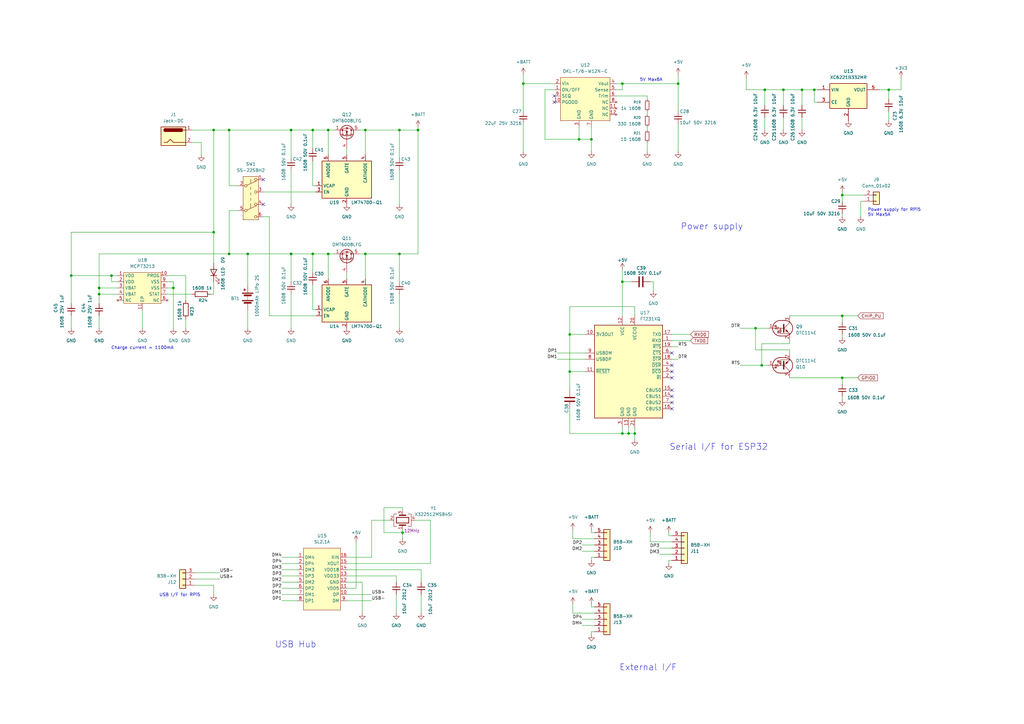
<source format=kicad_sch>
(kicad_sch (version 20250114) (generator "eeschema") (generator_version "9.0")
  (paper "A3")
  (lib_symbols
    (symbol "Arduino_Motor_Driver:SL2.1A"
      (property "Reference" "U" (at 0 -3.81 0))
      (symbol "SL2.1A_1_1"
        (pin input line (at -10.16 8.89 0) (length 2.54) (name "DM4") (number "1"))
        (pin input line (at -10.16 6.35 0) (length 2.54) (name "DP4") (number "2"))
        (pin input line (at -10.16 3.81 0) (length 2.54) (name "DM3") (number "3"))
        (pin input line (at -10.16 1.27 0) (length 2.54) (name "DP3") (number "4"))
        (pin input line (at -10.16 -1.27 0) (length 2.54) (name "DM2") (number "5"))
        (pin input line (at -10.16 -3.81 0) (length 2.54) (name "DP2") (number "6"))
        (pin input line (at -10.16 -6.35 0) (length 2.54) (name "DM1") (number "7"))
        (pin input line (at -10.16 -8.89 0) (length 2.54) (name "DP1") (number "8"))
        (pin input line (at 10.16 8.89 180) (length 2.54) (name "XIN") (number "16"))
        (pin input line (at 10.16 6.35 180) (length 2.54) (name "XOUT") (number "15"))
        (pin input line (at 10.16 3.81 180) (length 2.54) (name "VDD18") (number "14"))
        (pin input line (at 10.16 1.27 180) (length 2.54) (name "VDD33") (number "13"))
        (pin input line (at 10.16 -1.27 180) (length 2.54) (name "GND") (number "12"))
        (pin input line (at 10.16 -3.81 180) (length 2.54) (name "VDD5") (number "11"))
        (pin input line (at 10.16 -6.35 180) (length 2.54) (name "DP") (number "10"))
        (pin input line (at 10.16 -8.89 180) (length 2.54) (name "DM") (number "9"))
      )
    )
    (symbol "Connector:Jack-DC" (pin_names (offset 1.016))
      (property "Reference" "J" (at 0 5.334 0))
      (property "Value" "Jack-DC" (at 0 -5.08 0))
      (symbol "Jack-DC_1_1"
        (pin passive line (at 7.62 2.54 180) (length 2.54) (name "~") (number "1"))
        (pin passive line (at 7.62 -2.54 180) (length 2.54) (name "~") (number "2"))
      )
    )
    (symbol "Connector_Generic:Conn_01x02" (pin_names (offset 1.016) (hide yes))
      (property "Reference" "J" (at 0 2.54 0))
      (property "Value" "Conn_01x02" (at 0 -5.08 0))
      (symbol "Conn_01x02_1_1"
        (pin passive line (at -5.08 0 0) (length 3.81) (name "Pin_1") (number "1"))
        (pin passive line (at -5.08 -2.54 0) (length 3.81) (name "Pin_2") (number "2"))
      )
    )
    (symbol "Connector_Generic:Conn_01x03" (pin_names (offset 1.016) (hide yes))
      (property "Reference" "J" (at 0 5.08 0))
      (property "Value" "Conn_01x03" (at 0 -5.08 0))
      (symbol "Conn_01x03_1_1"
        (pin passive line (at -5.08 2.54 0) (length 3.81) (name "Pin_1") (number "1"))
        (pin passive line (at -5.08 0 0) (length 3.81) (name "Pin_2") (number "2"))
        (pin passive line (at -5.08 -2.54 0) (length 3.81) (name "Pin_3") (number "3"))
      )
    )
    (symbol "Connector_Generic:Conn_01x05" (pin_names (offset 1.016) (hide yes))
      (property "Reference" "J" (at 0 7.62 0))
      (property "Value" "Conn_01x05" (at 0 -7.62 0))
      (symbol "Conn_01x05_1_1"
        (pin passive line (at -5.08 5.08 0) (length 3.81) (name "Pin_1") (number "1"))
        (pin passive line (at -5.08 2.54 0) (length 3.81) (name "Pin_2") (number "2"))
        (pin passive line (at -5.08 0 0) (length 3.81) (name "Pin_3") (number "3"))
        (pin passive line (at -5.08 -2.54 0) (length 3.81) (name "Pin_4") (number "4"))
        (pin passive line (at -5.08 -5.08 0) (length 3.81) (name "Pin_5") (number "5"))
      )
    )
    (symbol "Device:Battery" (pin_numbers (hide yes)) (pin_names (offset 0) (hide yes))
      (property "Reference" "BT" (at 2.54 2.54 0))
      (property "Value" "Battery" (at 2.54 0 0))
      (symbol "Battery_1_1"
        (pin passive line (at 0 5.08 270) (length 2.54) (name "+") (number "1"))
        (pin passive line (at 0 -5.08 90) (length 2.54) (name "-") (number "2"))
      )
    )
    (symbol "Device:C" (pin_numbers (hide yes)) (pin_names (offset 0.254))
      (property "Reference" "C" (at 0.635 2.54 0))
      (property "Value" "C" (at 0.635 -2.54 0))
      (symbol "C_1_1"
        (pin passive line (at 0 3.81 270) (length 2.794) (name "~") (number "1"))
        (pin passive line (at 0 -3.81 90) (length 2.794) (name "~") (number "2"))
      )
    )
    (symbol "Device:C_Small" (pin_numbers (hide yes)) (pin_names (offset 0.254) (hide yes))
      (property "Reference" "C" (at 0.254 1.778 0))
      (property "Value" "C_Small" (at 0.254 -2.032 0))
      (symbol "C_Small_1_1"
        (pin passive line (at 0 2.54 270) (length 2.032) (name "~") (number "1"))
        (pin passive line (at 0 -2.54 90) (length 2.032) (name "~") (number "2"))
      )
    )
    (symbol "Device:Crystal_GND24" (pin_names (offset 1.016) (hide yes))
      (property "Reference" "Y" (at 3.175 5.08 0))
      (property "Value" "Crystal_GND24" (at 3.175 3.175 0))
      (symbol "Crystal_GND24_1_1"
        (pin passive line (at -3.81 0 0) (length 1.27) (name "1") (number "1"))
        (pin passive line (at 0 5.08 270) (length 1.27) (name "2") (number "2"))
        (pin passive line (at 0 -5.08 90) (length 1.27) (name "4") (number "4"))
        (pin passive line (at 3.81 0 180) (length 1.27) (name "3") (number "3"))
      )
    )
    (symbol "Device:LED" (pin_numbers (hide yes)) (pin_names (offset 1.016) (hide yes))
      (property "Reference" "D" (at 0 2.54 0))
      (property "Value" "LED" (at 0 -2.54 0))
      (symbol "LED_1_1"
        (pin passive line (at -3.81 0 0) (length 2.54) (name "K") (number "1"))
        (pin passive line (at 3.81 0 180) (length 2.54) (name "A") (number "2"))
      )
    )
    (symbol "Device:R" (pin_numbers (hide yes)) (pin_names (offset 0))
      (property "Reference" "R" (at 2.032 0 90))
      (property "Value" "R" (at 0 0 90))
      (symbol "R_1_1"
        (pin passive line (at 0 3.81 270) (length 1.27) (name "~") (number "1"))
        (pin passive line (at 0 -3.81 90) (length 1.27) (name "~") (number "2"))
      )
    )
    (symbol "Device:R_Small" (pin_numbers (hide yes)) (pin_names (offset 0.254) (hide yes))
      (property "Reference" "R" (at 0 0 90))
      (property "Value" "R_Small" (at 1.778 0 90))
      (symbol "R_Small_1_1"
        (pin passive line (at 0 2.54 270) (length 0.762) (name "~") (number "1"))
        (pin passive line (at 0 -2.54 90) (length 0.762) (name "~") (number "2"))
      )
    )
    (symbol "Interface_USB:FT231XQ"
      (property "Reference" "U" (at -13.97 20.32 0))
      (property "Value" "FT231XQ" (at 6.35 20.32 0))
      (symbol "FT231XQ_1_1"
        (pin power_out line (at -17.78 15.24 0) (length 3.81) (name "3V3OUT") (number "10"))
        (pin bidirectional line (at -17.78 7.62 0) (length 3.81) (name "USBDM") (number "9"))
        (pin bidirectional line (at -17.78 5.08 0) (length 3.81) (name "USBDP") (number "8"))
        (pin input line (at -17.78 0 0) (length 3.81) (name "~{RESET}") (number "11"))
        (pin power_in line (at -2.54 22.86 270) (length 3.81) (name "VCC") (number "12"))
        (pin power_in line (at -2.54 -22.86 90) (length 3.81) (name "GND") (number "3"))
        (pin power_in line (at 0 -22.86 90) (length 3.81) (name "GND") (number "13"))
        (pin power_in line (at 2.54 22.86 270) (length 3.81) (name "VCCIO") (number "20"))
        (pin power_in line (at 2.54 -22.86 90) (length 3.81) (name "GND") (number "21"))
        (pin output line (at 17.78 15.24 180) (length 3.81) (name "TXD") (number "17"))
        (pin input line (at 17.78 12.7 180) (length 3.81) (name "RXD") (number "1"))
        (pin output line (at 17.78 10.16 180) (length 3.81) (name "~{RTS}") (number "19"))
        (pin input line (at 17.78 7.62 180) (length 3.81) (name "~{CTS}") (number "6"))
        (pin output line (at 17.78 5.08 180) (length 3.81) (name "~{DTR}") (number "18"))
        (pin input line (at 17.78 2.54 180) (length 3.81) (name "~{DSR}") (number "4"))
        (pin input line (at 17.78 0 180) (length 3.81) (name "~{DCD}") (number "5"))
        (pin input line (at 17.78 -2.54 180) (length 3.81) (name "~{RI}") (number "2"))
        (pin bidirectional line (at 17.78 -7.62 180) (length 3.81) (name "CBUS0") (number "15"))
        (pin bidirectional line (at 17.78 -10.16 180) (length 3.81) (name "CBUS1") (number "14"))
        (pin bidirectional line (at 17.78 -12.7 180) (length 3.81) (name "CBUS2") (number "7"))
        (pin bidirectional line (at 17.78 -15.24 180) (length 3.81) (name "CBUS3") (number "16"))
      )
    )
    (symbol "Power_Management:LM74700"
      (property "Reference" "U" (at -9.525 -8.89 0))
      (property "Value" "LM74700" (at 7.62 -8.89 0))
      (symbol "LM74700_1_1"
        (pin passive line (at -12.7 -2.54 0) (length 2.54) (name "VCAP") (number "1"))
        (pin input line (at -12.7 -5.08 0) (length 2.54) (name "EN") (number "3"))
        (pin power_in line (at -7.62 10.16 270) (length 2.54) (name "ANODE") (number "6"))
        (pin output line (at 0 10.16 270) (length 2.54) (name "GATE") (number "5"))
        (pin power_in line (at 0 -10.16 90) (length 2.54) (name "GND") (number "2"))
        (pin input line (at 7.62 10.16 270) (length 2.54) (name "CATHODE") (number "4"))
      )
    )
    (symbol "Regulator_Linear:XC6220B331MR"
      (property "Reference" "U" (at 0 8.89 0))
      (property "Value" "XC6220B331MR" (at 0 6.35 0))
      (symbol "XC6220B331MR_1_1"
        (pin power_in line (at -12.7 2.54 0) (length 5.08) (name "VIN") (number "1"))
        (pin input line (at -12.7 -2.54 0) (length 5.08) (name "CE") (number "3"))
        (pin power_in line (at 0 -10.16 90) (length 5.08) (name "GND") (number "2"))
        (pin power_out line (at 12.7 2.54 180) (length 5.08) (name "VOUT") (number "5"))
        (pin no_connect line (at 12.7 -2.54 180) (length 5.08) (hide yes) (name "NC") (number "4"))
      )
    )
    (symbol "Switch:SW_Push_DPDT" (pin_names (offset 0) (hide yes))
      (property "Reference" "SW" (at 0 10.16 0))
      (property "Value" "SW_Push_DPDT" (at 0 -10.16 0))
      (symbol "SW_Push_DPDT_1_1"
        (pin passive line (at -5.08 5.08 0) (length 2.54) (name "B") (number "2"))
        (pin passive line (at -5.08 -5.08 0) (length 2.54) (name "B") (number "5"))
        (pin passive line (at 5.08 7.62 180) (length 2.54) (name "A") (number "1"))
        (pin passive line (at 5.08 2.54 180) (length 2.54) (name "C") (number "3"))
        (pin passive line (at 5.08 -2.54 180) (length 2.54) (name "A") (number "4"))
        (pin passive line (at 5.08 -7.62 180) (length 2.54) (name "C") (number "6"))
      )
    )
    (symbol "Transistor_BJT:DTC114E" (pin_names (offset 0) (hide yes))
      (property "Reference" "Q" (at 5.08 1.905 0))
      (property "Value" "DTC114E" (at 5.08 0 0))
      (symbol "DTC114E_0_0"
        (text "10k" (at -3.302 0.889 0) (effects (font (size 0.508 0.508))))
        (text "10k" (at -2.159 -1.524 900) (effects (font (size 0.508 0.508))))
      )
      (symbol "DTC114E_1_1"
        (pin input line (at -6.35 0 0) (length 2.54) (name "B") (number "1"))
        (pin passive line (at 2.54 5.08 270) (length 2.54) (name "C") (number "3"))
        (pin passive line (at 2.54 -5.08 90) (length 2.54) (name "E") (number "2"))
      )
    )
    (symbol "Transistor_FET:DMT6008LFG" (pin_names (hide yes))
      (property "Reference" "Q" (at 5.08 1.905 0))
      (property "Value" "DMT6008LFG" (at 5.08 0 0))
      (symbol "DMT6008LFG_1_1"
        (pin passive line (at -5.08 0 0) (length 2.54) (name "G") (number "4"))
        (pin passive line (at 2.54 5.08 270) (length 2.54) (name "D") (number "5"))
        (pin passive line (at 2.54 -5.08 90) (length 2.54) (name "S") (number "1"))
        (pin passive line (at 2.54 -5.08 90) (length 2.54) (hide yes) (name "S") (number "2"))
        (pin passive line (at 2.54 -5.08 90) (length 2.54) (hide yes) (name "S") (number "3"))
      )
    )
    (symbol "micromouse-twilight:MCP73213"
      (property "Reference" "U" (at 0 0 0))
      (symbol "MCP73213_1_1"
        (pin power_in line (at -10.16 5.08 0) (length 2.54) (name "VDD") (number "1"))
        (pin power_in line (at -10.16 2.54 0) (length 2.54) (name "VDD") (number "2"))
        (pin power_out line (at -10.16 0 0) (length 2.54) (name "VBAT") (number "3"))
        (pin power_out line (at -10.16 -2.54 0) (length 2.54) (name "VBAT") (number "4"))
        (pin no_connect line (at -10.16 -5.08 0) (length 2.54) (name "NC") (number "5"))
        (pin power_in line (at 0 -8.89 90) (length 2.54) (name "EP") (number "11"))
        (pin input line (at 10.16 5.08 180) (length 2.54) (name "PROG") (number "10"))
        (pin power_in line (at 10.16 2.54 180) (length 2.54) (name "VSS") (number "9"))
        (pin power_in line (at 10.16 0 180) (length 2.54) (name "VSS") (number "8"))
        (pin output line (at 10.16 -2.54 180) (length 2.54) (name "STAT") (number "7"))
        (pin no_connect line (at 10.16 -5.08 180) (length 2.54) (name "NC") (number "6"))
      )
    )
    (symbol "micromouse-twilight:OKL-T/6-W12N-C"
      (property "Reference" "U" (at 0 0 0))
      (symbol "OKL-T/6-W12N-C_1_1"
        (pin power_in line (at -12.7 2.54 0) (length 2.54) (name "Vin") (number "2"))
        (pin input line (at -12.7 0 0) (length 2.54) (name "ON/OFF") (number "1"))
        (pin input line (at -12.7 -2.54 0) (length 2.54) (name "SEQ") (number "9"))
        (pin output line (at -12.7 -5.08 0) (length 2.54) (name "PGOOD") (number "10"))
        (pin power_in line (at -2.54 -15.24 90) (length 2.54) (name "GND") (number "3"))
        (pin power_in line (at 2.54 -15.24 90) (length 2.54) (name "GND") (number "7"))
        (pin power_out line (at 12.7 2.54 180) (length 2.54) (name "Vout") (number "4"))
        (pin input line (at 12.7 0 180) (length 2.54) (name "Sense") (number "5"))
        (pin output line (at 12.7 -2.54 180) (length 2.54) (name "Trim") (number "6"))
        (pin no_connect line (at 12.7 -5.08 180) (length 2.54) (name "NC") (number "8"))
        (pin no_connect line (at 12.7 -7.62 180) (length 2.54) (name "NC") (number "11"))
        (pin no_connect line (at 12.7 -10.16 180) (length 2.54) (name "NC") (number "12"))
      )
    )
    (symbol "power:+3V3" (power) (pin_names (offset 0))
      (property "Value" "+3V3" (at 0 3.556 0))
      (symbol "+3V3_1_1"
        (pin power_in line (at 0 0 90) (length 0) (hide yes) (name "+3V3") (number "1"))
      )
    )
    (symbol "power:+5V" (power) (pin_numbers (hide yes)) (pin_names (offset 0) (hide yes))
      (property "Value" "+5V" (at 0 3.556 0))
      (symbol "+5V_1_1"
        (pin power_in line (at 0 0 90) (length 0) (name "~") (number "1"))
      )
    )
    (symbol "power:+BATT" (power) (pin_numbers (hide yes)) (pin_names (offset 0) (hide yes))
      (property "Value" "+BATT" (at 0 3.556 0))
      (symbol "+BATT_1_1"
        (pin power_in line (at 0 0 90) (length 0) (name "~") (number "1"))
      )
    )
    (symbol "power:GND" (power) (pin_numbers (hide yes)) (pin_names (offset 0) (hide yes))
      (property "Value" "GND" (at 0 -3.81 0))
      (symbol "GND_1_1"
        (pin power_in line (at 0 0 270) (length 0) (name "~") (number "1"))
      )
    )
  )
  (text "Charge current = 1100mA" (at 58.42 142.748 0) (effects (font (size 1.27 1.27))))
  (text "Power supply for RPi5\n5V Max5A" (at 355.854 88.9 0) (effects (font (size 1.27 1.27)) (justify left bottom)))
  (text "5V Max6A" (at 262.382 33.528 0) (effects (font (size 1.27 1.27)) (justify left bottom)))
  (text "External I/F" (at 254 275.336 0) (effects (font (size 2.54 2.54)) (justify left bottom)))
  (text "Power supply" (at 279.146 94.488 0) (effects (font (size 2.54 2.54)) (justify left bottom)))
  (text "USB I/F for RPi5\n" (at 65.278 244.856 0) (effects (font (size 1.27 1.27)) (justify left bottom)))
  (text "Serial I/F for ESP32" (at 274.574 184.912 0) (effects (font (size 2.54 2.54)) (justify left bottom)))
  (text "USB Hub" (at 112.776 265.938 0) (effects (font (size 2.54 2.54)) (justify left bottom)))
  (junction (at 119.38 53.34))
  (junction (at 134.62 53.34))
  (junction (at 334.01 36.83))
  (junction (at 309.88 134.62))
  (junction (at 242.57 57.15))
  (junction (at 29.21 113.03))
  (junction (at 40.64 118.11))
  (junction (at 101.6 104.14))
  (junction (at 321.31 36.83))
  (junction (at 165.1 218.44))
  (junction (at 171.45 53.34))
  (junction (at 87.63 53.34))
  (junction (at 163.83 53.34))
  (junction (at 328.93 36.83))
  (junction (at 119.38 104.14))
  (junction (at 278.13 34.29))
  (junction (at 128.27 53.34))
  (junction (at 45.72 113.03))
  (junction (at 255.27 177.8))
  (junction (at 71.12 118.11))
  (junction (at 214.63 34.29))
  (junction (at 93.98 104.14))
  (junction (at 149.86 104.14))
  (junction (at 93.98 53.34))
  (junction (at 233.68 137.16))
  (junction (at 345.44 80.01))
  (junction (at 128.27 104.14))
  (junction (at 134.62 104.14))
  (junction (at 163.83 104.14))
  (junction (at 87.63 95.25))
  (junction (at 233.68 152.4))
  (junction (at 312.42 149.86))
  (junction (at 345.44 129.54))
  (junction (at 364.49 36.83))
  (junction (at 255.27 34.29))
  (junction (at 257.81 177.8))
  (junction (at 255.27 115.57))
  (junction (at 237.49 57.15))
  (junction (at 149.86 53.34))
  (junction (at 40.64 120.65))
  (junction (at 345.44 154.94))
  (junction (at 260.35 177.8))
  (junction (at 313.69 36.83))
  (no_connect (at 275.59 144.78))
  (no_connect (at 227.33 41.91))
  (no_connect (at 107.95 83.82))
  (no_connect (at 275.59 154.94))
  (no_connect (at 275.59 162.56))
  (no_connect (at 107.95 73.66))
  (no_connect (at 275.59 152.4))
  (no_connect (at 275.59 167.64))
  (no_connect (at 275.59 165.1))
  (no_connect (at 275.59 160.02))
  (no_connect (at 227.33 39.37))
  (no_connect (at 275.59 149.86))
  (wire (pts (xy 128.27 116.84) (xy 128.27 127)))
  (wire (pts (xy 353.06 82.55) (xy 354.33 82.55)))
  (wire (pts (xy 328.93 48.26) (xy 328.93 53.34)))
  (wire (pts (xy 152.4 228.6) (xy 152.4 213.36)))
  (wire (pts (xy 170.18 213.36) (xy 176.53 213.36)))
  (wire (pts (xy 128.27 66.04) (xy 128.27 76.2)))
  (wire (pts (xy 223.52 36.83) (xy 223.52 57.15)))
  (wire (pts (xy 119.38 120.65) (xy 119.38 134.62)))
  (wire (pts (xy 119.38 53.34) (xy 128.27 53.34)))
  (wire (pts (xy 93.98 53.34) (xy 119.38 53.34)))
  (wire (pts (xy 45.72 115.57) (xy 45.72 113.03)))
  (wire (pts (xy 134.62 53.34) (xy 137.16 53.34)))
  (wire (pts (xy 165.1 208.28) (xy 165.1 209.55)))
  (wire (pts (xy 101.6 104.14) (xy 101.6 116.84)))
  (wire (pts (xy 107.95 88.9) (xy 110.49 88.9)))
  (wire (pts (xy 110.49 88.9) (xy 110.49 129.54)))
  (wire (pts (xy 321.31 36.83) (xy 321.31 43.18)))
  (wire (pts (xy 345.44 82.55) (xy 345.44 80.01)))
  (wire (pts (xy 115.57 236.22) (xy 121.92 236.22)))
  (wire (pts (xy 93.98 86.36) (xy 93.98 104.14)))
  (wire (pts (xy 29.21 95.25) (xy 87.63 95.25)))
  (wire (pts (xy 86.36 120.65) (xy 87.63 120.65)))
  (wire (pts (xy 242.57 248.92) (xy 243.84 248.92)))
  (wire (pts (xy 234.95 220.98) (xy 243.84 220.98)))
  (wire (pts (xy 237.49 57.15) (xy 242.57 57.15)))
  (wire (pts (xy 87.63 95.25) (xy 87.63 107.95)))
  (wire (pts (xy 101.6 104.14) (xy 119.38 104.14)))
  (wire (pts (xy 270.51 227.33) (xy 275.59 227.33)))
  (wire (pts (xy 149.86 104.14) (xy 149.86 114.3)))
  (wire (pts (xy 128.27 127) (xy 129.54 127)))
  (wire (pts (xy 278.13 50.8) (xy 278.13 62.23)))
  (wire (pts (xy 266.7 218.44) (xy 266.7 222.25)))
  (wire (pts (xy 255.27 115.57) (xy 255.27 129.54)))
  (wire (pts (xy 214.63 50.8) (xy 214.63 62.23)))
  (wire (pts (xy 306.07 31.75) (xy 306.07 36.83)))
  (wire (pts (xy 303.53 134.62) (xy 309.88 134.62)))
  (wire (pts (xy 71.12 115.57) (xy 68.58 115.57)))
  (wire (pts (xy 275.59 147.32) (xy 278.13 147.32)))
  (wire (pts (xy 148.59 238.76) (xy 148.59 251.46)))
  (wire (pts (xy 238.76 223.52) (xy 243.84 223.52)))
  (wire (pts (xy 115.57 238.76) (xy 121.92 238.76)))
  (wire (pts (xy 345.44 80.01) (xy 354.33 80.01)))
  (wire (pts (xy 275.59 142.24) (xy 278.13 142.24)))
  (wire (pts (xy 29.21 113.03) (xy 29.21 95.25)))
  (wire (pts (xy 128.27 53.34) (xy 134.62 53.34)))
  (wire (pts (xy 228.6 147.32) (xy 240.03 147.32)))
  (wire (pts (xy 260.35 177.8) (xy 260.35 180.34)))
  (wire (pts (xy 334.01 36.83) (xy 335.28 36.83)))
  (wire (pts (xy 29.21 113.03) (xy 29.21 124.46)))
  (wire (pts (xy 87.63 95.25) (xy 87.63 53.34)))
  (wire (pts (xy 238.76 256.54) (xy 243.84 256.54)))
  (wire (pts (xy 275.59 139.7) (xy 283.21 139.7)))
  (wire (pts (xy 76.2 113.03) (xy 76.2 123.19)))
  (wire (pts (xy 242.57 57.15) (xy 242.57 62.23)))
  (wire (pts (xy 142.24 111.76) (xy 142.24 114.3)))
  (wire (pts (xy 48.26 120.65) (xy 40.64 120.65)))
  (wire (pts (xy 313.69 36.83) (xy 321.31 36.83)))
  (wire (pts (xy 275.59 137.16) (xy 283.21 137.16)))
  (wire (pts (xy 172.72 243.84) (xy 172.72 251.46)))
  (wire (pts (xy 309.88 134.62) (xy 314.96 134.62)))
  (wire (pts (xy 309.88 143.51) (xy 309.88 134.62)))
  (wire (pts (xy 40.64 129.54) (xy 40.64 134.62)))
  (wire (pts (xy 45.72 113.03) (xy 48.26 113.03)))
  (wire (pts (xy 345.44 78.74) (xy 345.44 80.01)))
  (wire (pts (xy 107.95 78.74) (xy 129.54 78.74)))
  (wire (pts (xy 234.95 217.17) (xy 234.95 220.98)))
  (wire (pts (xy 149.86 104.14) (xy 163.83 104.14)))
  (wire (pts (xy 171.45 53.34) (xy 171.45 104.14)))
  (wire (pts (xy 40.64 104.14) (xy 93.98 104.14)))
  (wire (pts (xy 242.57 260.35) (xy 242.57 259.08)))
  (wire (pts (xy 71.12 118.11) (xy 71.12 134.62)))
  (wire (pts (xy 93.98 76.2) (xy 93.98 53.34)))
  (wire (pts (xy 345.44 129.54) (xy 351.79 129.54)))
  (wire (pts (xy 40.64 118.11) (xy 48.26 118.11)))
  (wire (pts (xy 29.21 113.03) (xy 45.72 113.03)))
  (wire (pts (xy 313.69 36.83) (xy 313.69 43.18)))
  (wire (pts (xy 76.2 113.03) (xy 68.58 113.03)))
  (wire (pts (xy 165.1 218.44) (xy 157.48 218.44)))
  (wire (pts (xy 234.95 247.65) (xy 234.95 251.46)))
  (wire (pts (xy 163.83 104.14) (xy 171.45 104.14)))
  (wire (pts (xy 345.44 154.94) (xy 351.79 154.94)))
  (wire (pts (xy 260.35 129.54) (xy 260.35 125.73)))
  (wire (pts (xy 115.57 246.38) (xy 121.92 246.38)))
  (wire (pts (xy 163.83 104.14) (xy 163.83 115.57)))
  (wire (pts (xy 80.01 237.49) (xy 90.17 237.49)))
  (wire (pts (xy 242.57 228.6) (xy 243.84 228.6)))
  (wire (pts (xy 255.27 34.29) (xy 278.13 34.29)))
  (wire (pts (xy 115.57 228.6) (xy 121.92 228.6)))
  (wire (pts (xy 157.48 218.44) (xy 157.48 208.28)))
  (wire (pts (xy 270.51 224.79) (xy 275.59 224.79)))
  (wire (pts (xy 321.31 36.83) (xy 328.93 36.83)))
  (wire (pts (xy 40.64 120.65) (xy 40.64 118.11)))
  (wire (pts (xy 101.6 127) (xy 101.6 134.62)))
  (wire (pts (xy 119.38 104.14) (xy 128.27 104.14)))
  (wire (pts (xy 255.27 110.49) (xy 255.27 115.57)))
  (wire (pts (xy 110.49 129.54) (xy 129.54 129.54)))
  (wire (pts (xy 162.56 243.84) (xy 162.56 251.46)))
  (wire (pts (xy 238.76 226.06) (xy 243.84 226.06)))
  (wire (pts (xy 87.63 53.34) (xy 93.98 53.34)))
  (wire (pts (xy 233.68 125.73) (xy 233.68 137.16)))
  (wire (pts (xy 328.93 36.83) (xy 328.93 43.18)))
  (wire (pts (xy 242.57 229.87) (xy 242.57 228.6)))
  (wire (pts (xy 242.57 217.17) (xy 242.57 218.44)))
  (wire (pts (xy 40.64 120.65) (xy 40.64 124.46)))
  (wire (pts (xy 147.32 104.14) (xy 149.86 104.14)))
  (wire (pts (xy 227.33 34.29) (xy 214.63 34.29)))
  (wire (pts (xy 345.44 162.56) (xy 345.44 163.83)))
  (wire (pts (xy 152.4 213.36) (xy 160.02 213.36)))
  (wire (pts (xy 345.44 129.54) (xy 345.44 132.08)))
  (wire (pts (xy 345.44 87.63) (xy 345.44 88.9)))
  (wire (pts (xy 172.72 233.68) (xy 172.72 238.76)))
  (wire (pts (xy 214.63 34.29) (xy 214.63 45.72)))
  (wire (pts (xy 369.57 31.75) (xy 369.57 36.83)))
  (wire (pts (xy 323.85 143.51) (xy 309.88 143.51)))
  (wire (pts (xy 364.49 36.83) (xy 364.49 40.64)))
  (wire (pts (xy 163.83 53.34) (xy 163.83 64.77)))
  (wire (pts (xy 149.86 53.34) (xy 163.83 53.34)))
  (wire (pts (xy 260.35 125.73) (xy 233.68 125.73)))
  (wire (pts (xy 165.1 218.44) (xy 165.1 220.98)))
  (wire (pts (xy 82.55 58.42) (xy 82.55 63.5)))
  (wire (pts (xy 142.24 243.84) (xy 152.4 243.84)))
  (wire (pts (xy 214.63 30.48) (xy 214.63 34.29)))
  (wire (pts (xy 265.43 52.07) (xy 265.43 53.34)))
  (wire (pts (xy 274.32 218.44) (xy 274.32 219.71)))
  (wire (pts (xy 128.27 111.76) (xy 128.27 104.14)))
  (wire (pts (xy 314.96 149.86) (xy 312.42 149.86)))
  (wire (pts (xy 115.57 231.14) (xy 121.92 231.14)))
  (wire (pts (xy 142.24 246.38) (xy 152.4 246.38)))
  (wire (pts (xy 233.68 137.16) (xy 240.03 137.16)))
  (wire (pts (xy 364.49 45.72) (xy 364.49 49.53)))
  (wire (pts (xy 134.62 104.14) (xy 137.16 104.14)))
  (wire (pts (xy 260.35 175.26) (xy 260.35 177.8)))
  (wire (pts (xy 255.27 177.8) (xy 233.68 177.8)))
  (wire (pts (xy 345.44 154.94) (xy 345.44 157.48)))
  (wire (pts (xy 128.27 104.14) (xy 134.62 104.14)))
  (wire (pts (xy 142.24 228.6) (xy 152.4 228.6)))
  (wire (pts (xy 360.68 36.83) (xy 364.49 36.83)))
  (wire (pts (xy 233.68 137.16) (xy 233.68 152.4)))
  (wire (pts (xy 237.49 57.15) (xy 237.49 52.07)))
  (wire (pts (xy 78.74 53.34) (xy 87.63 53.34)))
  (wire (pts (xy 265.43 39.37) (xy 252.73 39.37)))
  (wire (pts (xy 162.56 236.22) (xy 162.56 238.76)))
  (wire (pts (xy 87.63 243.84) (xy 87.63 240.03)))
  (wire (pts (xy 115.57 241.3) (xy 121.92 241.3)))
  (wire (pts (xy 142.24 60.96) (xy 142.24 63.5)))
  (wire (pts (xy 176.53 213.36) (xy 176.53 231.14)))
  (wire (pts (xy 146.05 241.3) (xy 142.24 241.3)))
  (wire (pts (xy 68.58 118.11) (xy 71.12 118.11)))
  (wire (pts (xy 97.79 86.36) (xy 93.98 86.36)))
  (wire (pts (xy 233.68 177.8) (xy 233.68 167.64)))
  (wire (pts (xy 128.27 60.96) (xy 128.27 53.34)))
  (wire (pts (xy 234.95 251.46) (xy 243.84 251.46)))
  (wire (pts (xy 255.27 34.29) (xy 252.73 34.29)))
  (wire (pts (xy 321.31 48.26) (xy 321.31 53.34)))
  (wire (pts (xy 80.01 234.95) (xy 90.17 234.95)))
  (wire (pts (xy 147.32 53.34) (xy 149.86 53.34)))
  (wire (pts (xy 142.24 231.14) (xy 176.53 231.14)))
  (wire (pts (xy 134.62 63.5) (xy 134.62 53.34)))
  (wire (pts (xy 255.27 175.26) (xy 255.27 177.8)))
  (wire (pts (xy 165.1 217.17) (xy 165.1 218.44)))
  (wire (pts (xy 223.52 57.15) (xy 237.49 57.15)))
  (wire (pts (xy 303.53 149.86) (xy 312.42 149.86)))
  (wire (pts (xy 323.85 140.97) (xy 323.85 139.7)))
  (wire (pts (xy 163.83 53.34) (xy 171.45 53.34)))
  (wire (pts (xy 260.35 177.8) (xy 257.81 177.8)))
  (wire (pts (xy 228.6 144.78) (xy 240.03 144.78)))
  (wire (pts (xy 265.43 45.72) (xy 265.43 46.99)))
  (wire (pts (xy 312.42 149.86) (xy 312.42 140.97)))
  (wire (pts (xy 257.81 177.8) (xy 255.27 177.8)))
  (wire (pts (xy 255.27 36.83) (xy 255.27 34.29)))
  (wire (pts (xy 171.45 52.07) (xy 171.45 53.34)))
  (wire (pts (xy 274.32 229.87) (xy 275.59 229.87)))
  (wire (pts (xy 71.12 118.11) (xy 71.12 115.57)))
  (wire (pts (xy 265.43 58.42) (xy 265.43 62.23)))
  (wire (pts (xy 242.57 52.07) (xy 242.57 57.15)))
  (wire (pts (xy 87.63 240.03) (xy 80.01 240.03)))
  (wire (pts (xy 255.27 115.57) (xy 259.08 115.57)))
  (wire (pts (xy 312.42 140.97) (xy 323.85 140.97)))
  (wire (pts (xy 163.83 120.65) (xy 163.83 134.62)))
  (wire (pts (xy 157.48 208.28) (xy 165.1 208.28)))
  (wire (pts (xy 40.64 118.11) (xy 40.64 104.14)))
  (wire (pts (xy 345.44 137.16) (xy 345.44 138.43)))
  (wire (pts (xy 364.49 36.83) (xy 369.57 36.83)))
  (wire (pts (xy 87.63 120.65) (xy 87.63 115.57)))
  (wire (pts (xy 267.97 115.57) (xy 267.97 119.38)))
  (wire (pts (xy 119.38 64.77) (xy 119.38 53.34)))
  (wire (pts (xy 82.55 58.42) (xy 78.74 58.42)))
  (wire (pts (xy 97.79 76.2) (xy 93.98 76.2)))
  (wire (pts (xy 274.32 231.14) (xy 274.32 229.87)))
  (wire (pts (xy 142.24 236.22) (xy 162.56 236.22)))
  (wire (pts (xy 313.69 48.26) (xy 313.69 53.34)))
  (wire (pts (xy 242.57 259.08) (xy 243.84 259.08)))
  (wire (pts (xy 238.76 254) (xy 243.84 254)))
  (wire (pts (xy 334.01 36.83) (xy 334.01 41.91)))
  (wire (pts (xy 146.05 222.25) (xy 146.05 241.3)))
  (wire (pts (xy 278.13 30.48) (xy 278.13 34.29)))
  (wire (pts (xy 233.68 152.4) (xy 233.68 160.02)))
  (wire (pts (xy 58.42 127) (xy 58.42 134.62)))
  (wire (pts (xy 323.85 144.78) (xy 323.85 143.51)))
  (wire (pts (xy 353.06 88.9) (xy 353.06 82.55)))
  (wire (pts (xy 119.38 115.57) (xy 119.38 104.14)))
  (wire (pts (xy 163.83 69.85) (xy 163.83 83.82)))
  (wire (pts (xy 266.7 115.57) (xy 267.97 115.57)))
  (wire (pts (xy 323.85 154.94) (xy 345.44 154.94)))
  (wire (pts (xy 115.57 233.68) (xy 121.92 233.68)))
  (wire (pts (xy 128.27 76.2) (xy 129.54 76.2)))
  (wire (pts (xy 142.24 238.76) (xy 148.59 238.76)))
  (wire (pts (xy 266.7 222.25) (xy 275.59 222.25)))
  (wire (pts (xy 29.21 129.54) (xy 29.21 134.62)))
  (wire (pts (xy 306.07 36.83) (xy 313.69 36.83)))
  (wire (pts (xy 227.33 36.83) (xy 223.52 36.83)))
  (wire (pts (xy 252.73 36.83) (xy 255.27 36.83)))
  (wire (pts (xy 134.62 114.3) (xy 134.62 104.14)))
  (wire (pts (xy 93.98 104.14) (xy 101.6 104.14)))
  (wire (pts (xy 119.38 69.85) (xy 119.38 83.82)))
  (wire (pts (xy 278.13 34.29) (xy 278.13 45.72)))
  (wire (pts (xy 265.43 40.64) (xy 265.43 39.37)))
  (wire (pts (xy 48.26 115.57) (xy 45.72 115.57)))
  (wire (pts (xy 328.93 36.83) (xy 334.01 36.83)))
  (wire (pts (xy 242.57 218.44) (xy 243.84 218.44)))
  (wire (pts (xy 242.57 247.65) (xy 242.57 248.92)))
  (wire (pts (xy 274.32 219.71) (xy 275.59 219.71)))
  (wire (pts (xy 334.01 41.91) (xy 335.28 41.91)))
  (wire (pts (xy 257.81 175.26) (xy 257.81 177.8)))
  (wire (pts (xy 76.2 130.81) (xy 76.2 134.62)))
  (wire (pts (xy 142.24 233.68) (xy 172.72 233.68)))
  (wire (pts (xy 115.57 243.84) (xy 121.92 243.84)))
  (wire (pts (xy 240.03 152.4) (xy 233.68 152.4)))
  (wire (pts (xy 68.58 120.65) (xy 78.74 120.65)))
  (wire (pts (xy 323.85 129.54) (xy 345.44 129.54)))
  (wire (pts (xy 149.86 53.34) (xy 149.86 63.5)))
  (label "USB-" (at 90.17 234.95 0))
  (label "DP4" (at 238.76 254 180))
  (label "USB-" (at 152.4 246.38 0))
  (label "RTS" (at 303.53 149.86 180))
  (label "DTR" (at 303.53 134.62 180))
  (label "DM1" (at 115.57 243.84 180))
  (label "USB+" (at 90.17 237.49 0))
  (label "RTS" (at 278.13 142.24 0))
  (label "DP1" (at 115.57 246.38 180))
  (label "DP4" (at 115.57 231.14 180))
  (label "DP3" (at 270.51 224.79 180))
  (label "DTR" (at 278.13 147.32 0))
  (label "DM3" (at 270.51 227.33 180))
  (label "USB+" (at 152.4 243.84 0))
  (label "DP1" (at 228.6 144.78 180))
  (label "DM3" (at 115.57 233.68 180))
  (label "DP2" (at 238.76 223.52 180))
  (label "DM2" (at 115.57 238.76 180))
  (label "DM4" (at 238.76 256.54 180))
  (label "DP2" (at 115.57 241.3 180))
  (label "DM2" (at 238.76 226.06 180))
  (label "DM4" (at 115.57 228.6 180))
  (label "DM1" (at 228.6 147.32 180))
  (label "DP3" (at 115.57 236.22 180))
  (global_label "CHIP_PU" (shape input) (at 351.79 129.54 0) (property "Intersheetrefs" "${INTERSHEET_REFS}" (effects (hide yes))))
  (global_label "RXD0" (shape input) (at 283.21 137.16 0) (property "Intersheetrefs" "${INTERSHEET_REFS}" (effects (hide yes))))
  (global_label "TXD0" (shape input) (at 283.21 139.7 0) (property "Intersheetrefs" "${INTERSHEET_REFS}" (effects (hide yes))))
  (global_label "GPIO0" (shape input) (at 351.79 154.94 0) (property "Intersheetrefs" "${INTERSHEET_REFS}" (effects (hide yes))))
  (symbol (lib_id "Transistor_BJT:DTC114E") (at 321.31 134.62 0) (unit 1)
    (property "Reference" "Q9" (at 326.39 133.985 0) (effects (justify left)))
    (property "Value" "DTC114E" (at 326.39 136.525 0) (effects (justify left)))
    (property "Footprint" "Package_TO_SOT_SMD:SOT-723" (effects (hide yes)))
  )
  (symbol (lib_id "Device:C_Small") (at 321.31 45.72 180) (unit 1)
    (property "Reference" "C25" (at 317.5 53.975 90) (effects (justify left)))
    (property "Value" "1608 6.3V 10uF" (at 317.5 38.1 90) (effects (justify left)))
    (property "Footprint" "Capacitor_SMD:C_0603_1608Metric" (effects (hide yes)))
  )
  (symbol (lib_id "Device:R_Small") (at 265.43 55.88 0) (mirror y) (unit 1)
    (property "Reference" "R21" (at 262.89 54.6099 0) (effects (font (size 1.016 1.016)) (justify left)))
    (property "Value" "10 1608" (at 262.89 57.1499 0) (effects (justify left)))
    (property "Footprint" "Resistor_SMD:R_0603_1608Metric" (effects (hide yes)))
    (property "Description" "10 1608" (effects (hide yes)))
  )
  (symbol (lib_id "power:GND") (at 76.2 134.62 0) (unit 1)
    (property "Reference" "#PWR0108" (effects (hide yes)))
    (property "Value" "GND" (at 76.2 139.7 0))
    (property "Description" "Power symbol creates a global label with name \"GND\" , ground" (effects (hide yes)))
  )
  (symbol (lib_id "Device:C_Small") (at 119.38 118.11 0) (mirror y) (unit 1)
    (property "Reference" "C32" (at 123.952 116.078 0) (effects (justify left)))
    (property "Value" "1608 50V 0.1uF" (at 116.332 124.968 90) (effects (justify left)))
    (property "Footprint" "Capacitor_SMD:C_0603_1608Metric" (effects (hide yes)))
  )
  (symbol (lib_id "power:GND") (at 345.44 138.43 0) (unit 1)
    (property "Reference" "#PWR080" (effects (hide yes)))
    (property "Value" "GND" (at 345.44 143.51 0))
  )
  (symbol (lib_id "Device:C_Small") (at 119.38 67.31 0) (mirror y) (unit 1)
    (property "Reference" "C42" (at 123.952 65.278 0) (effects (justify left)))
    (property "Value" "1608 50V 0.1uF" (at 116.332 74.168 90) (effects (justify left)))
    (property "Footprint" "Capacitor_SMD:C_0603_1608Metric" (effects (hide yes)))
  )
  (symbol (lib_id "power:GND") (at 242.57 229.87 0) (unit 1)
    (property "Reference" "#PWR088" (effects (hide yes)))
    (property "Value" "GND" (at 242.57 234.95 0))
  )
  (symbol (lib_id "power:GND") (at 242.57 62.23 0) (unit 1)
    (property "Reference" "#PWR071" (effects (hide yes)))
    (property "Value" "GND" (at 242.57 67.31 0))
    (property "Description" "Power symbol creates a global label with name \"GND\" , ground" (effects (hide yes)))
  )
  (symbol (lib_id "Arduino_Motor_Driver:SL2.1A") (at 132.08 237.49 0) (unit 1)
    (property "Reference" "U15" (at 132.08 219.71 0))
    (property "Value" "SL2.1A" (at 132.08 222.25 0))
    (property "Footprint" "Package_SO:SOP-16_3.9x9.9mm_P1.27mm" (effects (hide yes)))
  )
  (symbol (lib_id "Transistor_FET:DMT6008LFG") (at 142.24 106.68 270) (mirror x) (unit 1)
    (property "Reference" "Q11" (at 142.24 97.79 90))
    (property "Value" "DMT6008LFG" (at 142.24 100.33 90))
    (property "Footprint" "Package_SON:Diodes_PowerDI3333-8" (effects (hide yes)))
    (property "Datasheet" "https://www.diodes.com/assets/Datasheets/DMT6008LFG.pdf" (effects (hide yes)))
    (property "Description" "60A Id, 60V Vds, N-Channel Enhancement Mode MOSFET, 7.5mOhm Ron, 50.4nC Qg(typ), PowerDI-3333-8" (effects (hide yes)))
  )
  (symbol (lib_id "power:GND") (at 142.24 83.82 0) (unit 1)
    (property "Reference" "#PWR0103" (effects (hide yes)))
    (property "Value" "GND" (at 142.24 88.9 0))
    (property "Description" "Power symbol creates a global label with name \"GND\" , ground" (effects (hide yes)))
  )
  (symbol (lib_id "power:GND") (at 265.43 62.23 0) (unit 1)
    (property "Reference" "#PWR072" (effects (hide yes)))
    (property "Value" "GND" (at 265.43 67.31 0))
    (property "Description" "Power symbol creates a global label with name \"GND\" , ground" (effects (hide yes)))
  )
  (symbol (lib_id "Device:C_Small") (at 29.21 127 0) (mirror x) (unit 1)
    (property "Reference" "C45" (at 22.86 128.27 90) (effects (justify right)))
    (property "Value" "1608 25V 1uF" (at 25.4 134.62 90) (effects (justify right)))
    (property "Footprint" "Capacitor_SMD:C_0603_1608Metric" (effects (hide yes)))
  )
  (symbol (lib_id "Device:C_Small") (at 128.27 63.5 0) (mirror y) (unit 1)
    (property "Reference" "C41" (at 132.842 61.468 0) (effects (justify left)))
    (property "Value" "1608 50V 0.1uF" (at 125.222 70.358 90) (effects (justify left)))
    (property "Footprint" "Capacitor_SMD:C_0603_1608Metric" (effects (hide yes)))
  )
  (symbol (lib_id "Interface_USB:FT231XQ") (at 257.81 152.4 0) (unit 1)
    (property "Reference" "U17" (at 262.4933 128.27 0) (effects (justify left)))
    (property "Value" "FT231XQ" (at 262.4933 130.81 0) (effects (justify left)))
    (property "Footprint" "Package_DFN_QFN:QFN-20-1EP_4x4mm_P0.5mm_EP2.5x2.5mm" (effects (hide yes)))
    (property "Datasheet" "https://www.ftdichip.com/Support/Documents/DataSheets/ICs/DS_FT231X.pdf" (effects (hide yes)))
    (property "Description" "Full Speed USB to Full Handshake UART, QFN-20" (effects (hide yes)))
  )
  (symbol (lib_id "Device:C_Small") (at 345.44 85.09 180) (unit 1)
    (property "Reference" "C29" (at 340.868 82.55 0) (effects (justify right)))
    (property "Value" "10uF 50V 3216" (at 329.438 87.63 0) (effects (justify right)))
    (property "Footprint" "Capacitor_SMD:C_1206_3216Metric" (effects (hide yes)))
    (property "Description" "10uF 50V 3216" (effects (hide yes)))
  )
  (symbol (lib_id "power:GND") (at 364.49 49.53 0) (unit 1)
    (property "Reference" "#PWR066" (effects (hide yes)))
    (property "Value" "GND" (at 364.49 54.61 0))
  )
  (symbol (lib_id "power:GND") (at 345.44 88.9 0) (unit 1)
    (property "Reference" "#PWR075" (effects (hide yes)))
    (property "Value" "GND" (at 345.44 93.98 0))
  )
  (symbol (lib_id "Connector_Generic:Conn_01x02") (at 359.41 82.55 0) (mirror x) (unit 1)
    (property "Reference" "J9" (at 359.41 73.66 0))
    (property "Value" "Conn_01x02" (at 359.41 76.2 0))
    (property "Footprint" "Connector_PinHeader_2.54mm:PinHeader_1x02_P2.54mm_Vertical" (effects (hide yes)))
    (property "Description" "Generic connector, single row, 01x02, script generated (kicad-library-utils/schlib/autogen/connector/)" (effects (hide yes)))
  )
  (symbol (lib_id "power:GND") (at 163.83 134.62 0) (unit 1)
    (property "Reference" "#PWR079" (effects (hide yes)))
    (property "Value" "GND" (at 163.83 139.7 0))
    (property "Description" "Power symbol creates a global label with name \"GND\" , ground" (effects (hide yes)))
  )
  (symbol (lib_id "Power_Management:LM74700") (at 142.24 73.66 0) (unit 1)
    (property "Reference" "U19" (at 135.128 83.058 0) (effects (justify left)))
    (property "Value" "LM74700-Q1" (at 144.018 83.058 0) (effects (justify left)))
    (property "Footprint" "Package_TO_SOT_SMD:SOT-23-6" (effects (hide yes)))
    (property "Datasheet" "http://www.ti.com/lit/gpn/LM74700-Q1" (effects (hide yes)))
    (property "Description" "Low Iq reverse battery protection ideal diode controller, SOT-23-6" (effects (hide yes)))
  )
  (symbol (lib_id "power:GND") (at 29.21 134.62 0) (unit 1)
    (property "Reference" "#PWR0110" (effects (hide yes)))
    (property "Value" "GND" (at 29.21 139.7 0))
    (property "Description" "Power symbol creates a global label with name \"GND\" , ground" (effects (hide yes)))
  )
  (symbol (lib_id "power:+5V") (at 234.95 217.17 0) (unit 1)
    (property "Reference" "#PWR083" (effects (hide yes)))
    (property "Value" "+5V" (at 234.95 212.09 0))
    (property "Description" "Power symbol creates a global label with name \"+5V\"" (effects (hide yes)))
  )
  (symbol (lib_id "Device:C_Small") (at 163.83 67.31 0) (mirror y) (unit 1)
    (property "Reference" "C43" (at 168.402 65.278 0) (effects (justify left)))
    (property "Value" "1608 50V 0.1uF" (at 160.782 74.168 90) (effects (justify left)))
    (property "Footprint" "Capacitor_SMD:C_0603_1608Metric" (effects (hide yes)))
  )
  (symbol (lib_id "power:+5V") (at 306.07 31.75 0) (unit 1)
    (property "Reference" "#PWR062" (effects (hide yes)))
    (property "Value" "+5V" (at 306.07 26.67 0))
    (property "Description" "Power symbol creates a global label with name \"+5V\"" (effects (hide yes)))
  )
  (symbol (lib_id "power:+BATT") (at 242.57 217.17 0) (unit 1)
    (property "Reference" "#PWR084" (effects (hide yes)))
    (property "Value" "+BATT" (at 242.57 212.09 0))
    (property "Description" "Power symbol creates a global label with name \"+BATT\"" (effects (hide yes)))
  )
  (symbol (lib_id "Device:C") (at 233.68 163.83 0) (mirror y) (unit 1)
    (property "Reference" "C38" (at 232.41 169.418 90) (effects (justify left)))
    (property "Value" "1608 50V 0.1uF" (at 237.236 172.72 90) (effects (justify left)))
    (property "Footprint" "Capacitor_SMD:C_0603_1608Metric" (effects (hide yes)))
  )
  (symbol (lib_id "power:GND") (at 142.24 134.62 0) (unit 1)
    (property "Reference" "#PWR063" (effects (hide yes)))
    (property "Value" "GND" (at 142.24 139.7 0))
    (property "Description" "Power symbol creates a global label with name \"GND\" , ground" (effects (hide yes)))
  )
  (symbol (lib_id "Connector_Generic:Conn_01x03") (at 74.93 237.49 180) (unit 1)
    (property "Reference" "J12" (at 72.39 238.7601 0) (effects (justify left)))
    (property "Value" "B3B-XH" (at 72.39 236.2201 0) (effects (justify left)))
    (property "Footprint" "Connector_JST:JST_XH_B3B-XH-A_1x03_P2.50mm_Vertical" (effects (hide yes)))
    (property "Description" "Generic connector, single row, 01x03, script generated (kicad-library-utils/schlib/autogen/connector/)" (effects (hide yes)))
  )
  (symbol (lib_id "power:GND") (at 321.31 53.34 0) (unit 1)
    (property "Reference" "#PWR068" (effects (hide yes)))
    (property "Value" "GND" (at 321.31 58.42 0))
  )
  (symbol (lib_id "power:GND") (at 101.6 134.62 0) (unit 1)
    (property "Reference" "#PWR064" (effects (hide yes)))
    (property "Value" "GND" (at 101.6 139.7 0))
    (property "Description" "Power symbol creates a global label with name \"GND\" , ground" (effects (hide yes)))
  )
  (symbol (lib_id "Device:C_Small") (at 40.64 127 0) (mirror x) (unit 1)
    (property "Reference" "C44" (at 34.29 128.27 90) (effects (justify right)))
    (property "Value" "1608 25V 1uF" (at 36.83 134.62 90) (effects (justify right)))
    (property "Footprint" "Capacitor_SMD:C_0603_1608Metric" (effects (hide yes)))
  )
  (symbol (lib_id "Connector_Generic:Conn_01x05") (at 248.92 223.52 0) (mirror x) (unit 1)
    (property "Reference" "J10" (at 251.46 224.7901 0) (effects (justify left)))
    (property "Value" "B5B-XH" (at 251.46 222.2501 0) (effects (justify left)))
    (property "Footprint" "Connector_JST:JST_XH_B5B-XH-A_1x05_P2.50mm_Vertical" (effects (hide yes)))
    (property "Description" "Generic connector, single row, 01x05, script generated (kicad-library-utils/schlib/autogen/connector/)" (effects (hide yes)))
  )
  (symbol (lib_id "power:GND") (at 345.44 163.83 0) (unit 1)
    (property "Reference" "#PWR081" (effects (hide yes)))
    (property "Value" "GND" (at 345.44 168.91 0))
  )
  (symbol (lib_id "power:GND") (at 242.57 260.35 0) (unit 1)
    (property "Reference" "#PWR096" (effects (hide yes)))
    (property "Value" "GND" (at 242.57 265.43 0))
  )
  (symbol (lib_id "Device:LED") (at 87.63 111.76 90) (unit 1)
    (property "Reference" "D9" (at 91.44 106.68 0))
    (property "Value" "1608 LED" (at 91.44 114.3 0))
    (property "Footprint" "LED_SMD:LED_0603_1608Metric" (effects (hide yes)))
  )
  (symbol (lib_id "Device:C_Small") (at 328.93 45.72 180) (unit 1)
    (property "Reference" "C26" (at 325.12 53.975 90) (effects (justify left)))
    (property "Value" "1608 6.3V 10uF" (at 325.12 38.1 90) (effects (justify left)))
    (property "Footprint" "Capacitor_SMD:C_0603_1608Metric" (effects (hide yes)))
  )
  (symbol (lib_id "power:GND") (at 82.55 63.5 0) (unit 1)
    (property "Reference" "#PWR0105" (effects (hide yes)))
    (property "Value" "GND" (at 82.55 68.58 0))
    (property "Description" "Power symbol creates a global label with name \"GND\" , ground" (effects (hide yes)))
  )
  (symbol (lib_id "Connector:Jack-DC") (at 71.12 55.88 0) (unit 1)
    (property "Reference" "J1" (at 71.12 46.99 0))
    (property "Value" "Jack-DC" (at 71.12 49.53 0))
    (property "Description" "DC Barrel Jack" (effects (hide yes)))
  )
  (symbol (lib_id "power:+5V") (at 255.27 110.49 0) (unit 1)
    (property "Reference" "#PWR0100" (effects (hide yes)))
    (property "Value" "+5V" (at 255.27 106.68 0))
  )
  (symbol (lib_id "power:GND") (at 347.98 49.53 0) (unit 1)
    (property "Reference" "#PWR065" (effects (hide yes)))
    (property "Value" "GND" (at 347.98 54.61 0))
  )
  (symbol (lib_id "power:GND") (at 274.32 231.14 0) (unit 1)
    (property "Reference" "#PWR089" (effects (hide yes)))
    (property "Value" "GND" (at 274.32 236.22 0))
  )
  (symbol (lib_id "micromouse-twilight:MCP73213") (at 58.42 118.11 0) (unit 1)
    (property "Reference" "U18" (at 58.42 106.68 0))
    (property "Value" "MCP73213" (at 58.42 109.22 0))
    (property "Footprint" "Package_DFN_QFN:DFN-10-1EP_3x3mm_P0.5mm_EP1.58x2.35mm" (effects (hide yes)))
  )
  (symbol (lib_id "power:+BATT") (at 171.45 52.07 0) (unit 1)
    (property "Reference" "#PWR059" (effects (hide yes)))
    (property "Value" "+BATT" (at 171.45 46.99 0))
    (property "Description" "Power symbol creates a global label with name \"+BATT\"" (effects (hide yes)))
  )
  (symbol (lib_id "Device:C_Small") (at 313.69 45.72 180) (unit 1)
    (property "Reference" "C24" (at 309.88 53.975 90) (effects (justify left)))
    (property "Value" "1608 6.3V 10uF" (at 309.88 38.1 90) (effects (justify left)))
    (property "Footprint" "Capacitor_SMD:C_0603_1608Metric" (effects (hide yes)))
  )
  (symbol (lib_id "power:+5V") (at 278.13 30.48 0) (unit 1)
    (property "Reference" "#PWR061" (effects (hide yes)))
    (property "Value" "+5V" (at 278.13 25.4 0))
    (property "Description" "Power symbol creates a global label with name \"+5V\"" (effects (hide yes)))
  )
  (symbol (lib_id "power:GND") (at 58.42 134.62 0) (unit 1)
    (property "Reference" "#PWR0107" (effects (hide yes)))
    (property "Value" "GND" (at 58.42 139.7 0))
    (property "Description" "Power symbol creates a global label with name \"GND\" , ground" (effects (hide yes)))
  )
  (symbol (lib_id "Device:C_Small") (at 345.44 134.62 0) (unit 1)
    (property "Reference" "C31" (at 347.98 134.62 0) (effects (justify left)))
    (property "Value" "1608 50V 0.1uF" (at 347.726 137.414 0) (effects (justify left)))
    (property "Footprint" "Capacitor_SMD:C_0603_1608Metric" (effects (hide yes)))
  )
  (symbol (lib_id "Device:C_Small") (at 345.44 160.02 0) (unit 1)
    (property "Reference" "C33" (at 347.98 160.02 0) (effects (justify left)))
    (property "Value" "1608 50V 0.1uF" (at 347.472 163.068 0) (effects (justify left)))
    (property "Footprint" "Capacitor_SMD:C_0603_1608Metric" (effects (hide yes)))
  )
  (symbol (lib_id "Switch:SW_Push_DPDT") (at 102.87 81.28 0) (unit 1)
    (property "Reference" "SW1" (at 102.87 67.31 0))
    (property "Value" "SS-22SBH2" (at 102.87 69.85 0))
    (property "Description" "Momentary Switch, dual pole double throw" (effects (hide yes)))
  )
  (symbol (lib_id "Transistor_FET:DMT6008LFG") (at 142.24 55.88 270) (mirror x) (unit 1)
    (property "Reference" "Q12" (at 142.24 46.99 90))
    (property "Value" "DMT6008LFG" (at 142.24 49.53 90))
    (property "Footprint" "Package_SON:Diodes_PowerDI3333-8" (effects (hide yes)))
    (property "Datasheet" "https://www.diodes.com/assets/Datasheets/DMT6008LFG.pdf" (effects (hide yes)))
    (property "Description" "60A Id, 60V Vds, N-Channel Enhancement Mode MOSFET, 7.5mOhm Ron, 50.4nC Qg(typ), PowerDI-3333-8" (effects (hide yes)))
  )
  (symbol (lib_id "Device:C_Small") (at 364.49 43.18 0) (unit 1)
    (property "Reference" "C23" (at 367.03 49.53 90) (effects (justify left)))
    (property "Value" "1608 6.3V 10uF" (at 369.57 54.61 90) (effects (justify left)))
    (property "Footprint" "Capacitor_SMD:C_0603_1608Metric" (effects (hide yes)))
  )
  (symbol (lib_id "Device:C_Small") (at 128.27 114.3 0) (mirror y) (unit 1)
    (property "Reference" "C30" (at 132.842 112.268 0) (effects (justify left)))
    (property "Value" "1608 50V 0.1uF" (at 125.222 121.158 90) (effects (justify left)))
    (property "Footprint" "Capacitor_SMD:C_0603_1608Metric" (effects (hide yes)))
  )
  (symbol (lib_id "power:+5V") (at 345.44 78.74 0) (unit 1)
    (property "Reference" "#PWR074" (effects (hide yes)))
    (property "Value" "+5V" (at 345.44 73.66 0))
    (property "Description" "Power symbol creates a global label with name \"+5V\"" (effects (hide yes)))
  )
  (symbol (lib_id "power:GND") (at 148.59 251.46 0) (unit 1)
    (property "Reference" "#PWR093" (effects (hide yes)))
    (property "Value" "GND" (at 148.59 256.54 0))
  )
  (symbol (lib_id "Connector_Generic:Conn_01x05") (at 280.67 224.79 0) (mirror x) (unit 1)
    (property "Reference" "J11" (at 283.21 226.0601 0) (effects (justify left)))
    (property "Value" "B5B-XH" (at 283.21 223.5201 0) (effects (justify left)))
    (property "Footprint" "Connector_JST:JST_XH_B5B-XH-A_1x05_P2.50mm_Vertical" (effects (hide yes)))
    (property "Description" "Generic connector, single row, 01x05, script generated (kicad-library-utils/schlib/autogen/connector/)" (effects (hide yes)))
  )
  (symbol (lib_id "power:GND") (at 267.97 119.38 0) (unit 1)
    (property "Reference" "#PWR0101" (effects (hide yes)))
    (property "Value" "GND" (at 267.97 124.46 0))
  )
  (symbol (lib_id "power:GND") (at 163.83 83.82 0) (unit 1)
    (property "Reference" "#PWR0104" (effects (hide yes)))
    (property "Value" "GND" (at 163.83 88.9 0))
    (property "Description" "Power symbol creates a global label with name \"GND\" , ground" (effects (hide yes)))
  )
  (symbol (lib_id "Device:Battery") (at 101.6 121.92 0) (mirror y) (unit 1)
    (property "Reference" "BT1" (at 98.298 122.428 0) (effects (justify left)))
    (property "Value" "1000mAh LiPo 2S" (at 105.41 130.048 90) (effects (justify left)))
    (property "Description" "Multiple-cell battery" (effects (hide yes)))
  )
  (symbol (lib_id "power:GND") (at 165.1 220.98 0) (unit 1)
    (property "Reference" "#PWR0111" (effects (hide yes)))
    (property "Value" "GND" (at 165.1 226.06 0))
  )
  (symbol (lib_id "power:GND") (at 328.93 53.34 0) (unit 1)
    (property "Reference" "#PWR069" (effects (hide yes)))
    (property "Value" "GND" (at 328.93 58.42 0))
  )
  (symbol (lib_id "power:GND") (at 172.72 251.46 0) (unit 1)
    (property "Reference" "#PWR095" (effects (hide yes)))
    (property "Value" "GND" (at 172.72 256.54 0))
  )
  (symbol (lib_id "power:GND") (at 313.69 53.34 0) (unit 1)
    (property "Reference" "#PWR067" (effects (hide yes)))
    (property "Value" "GND" (at 313.69 58.42 0))
  )
  (symbol (lib_id "Power_Management:LM74700") (at 142.24 124.46 0) (unit 1)
    (property "Reference" "U14" (at 135.128 133.858 0) (effects (justify left)))
    (property "Value" "LM74700-Q1" (at 144.018 133.858 0) (effects (justify left)))
    (property "Footprint" "Package_TO_SOT_SMD:SOT-23-6" (effects (hide yes)))
    (property "Datasheet" "http://www.ti.com/lit/gpn/LM74700-Q1" (effects (hide yes)))
    (property "Description" "Low Iq reverse battery protection ideal diode controller, SOT-23-6" (effects (hide yes)))
  )
  (symbol (lib_id "Device:C_Small") (at 214.63 48.26 180) (unit 1)
    (property "Reference" "C27" (at 210.058 45.72 0) (effects (justify right)))
    (property "Value" "22uF 25V 3216" (at 198.882 50.546 0) (effects (justify right)))
    (property "Footprint" "Capacitor_SMD:C_1206_3216Metric" (effects (hide yes)))
    (property "Description" "22uF 25V 3216" (effects (hide yes)))
  )
  (symbol (lib_id "power:+5V") (at 266.7 218.44 0) (unit 1)
    (property "Reference" "#PWR085" (effects (hide yes)))
    (property "Value" "+5V" (at 266.7 213.36 0))
    (property "Description" "Power symbol creates a global label with name \"+5V\"" (effects (hide yes)))
  )
  (symbol (lib_id "power:+5V") (at 146.05 222.25 0) (unit 1)
    (property "Reference" "#PWR08" (effects (hide yes)))
    (property "Value" "+5V" (at 146.05 218.44 0))
  )
  (symbol (lib_id "Regulator_Linear:XC6220B331MR") (at 347.98 39.37 0) (unit 1)
    (property "Reference" "U13" (at 347.98 29.21 0))
    (property "Value" "XC6221B332MR" (at 347.98 31.75 0))
    (property "Footprint" "Package_TO_SOT_SMD:SOT-23-5" (effects (hide yes)))
    (property "Datasheet" "https://www.torexsemi.com/file/xc6220/XC6220.pdf" (effects (hide yes)))
  )
  (symbol (lib_id "power:GND") (at 87.63 243.84 0) (unit 1)
    (property "Reference" "#PWR090" (effects (hide yes)))
    (property "Value" "GND" (at 87.63 248.92 0))
  )
  (symbol (lib_id "Device:Crystal_GND24") (at 165.1 213.36 90) (unit 1)
    (property "Reference" "Y1" (at 177.8 208.4068 90))
    (property "Value" "X322512MSB4SI" (at 177.8 210.9468 90))
    (property "Footprint" "Crystal:Crystal_SMD_3225-4Pin_3.2x2.5mm" (effects (hide yes)))
    (property "Description" "12MHz" (at 168.91 217.678 90))
  )
  (symbol (lib_id "power:GND") (at 214.63 62.23 0) (unit 1)
    (property "Reference" "#PWR070" (effects (hide yes)))
    (property "Value" "GND" (at 214.63 67.31 0))
    (property "Description" "Power symbol creates a global label with name \"GND\" , ground" (effects (hide yes)))
  )
  (symbol (lib_id "power:GND") (at 260.35 180.34 0) (unit 1)
    (property "Reference" "#PWR0102" (effects (hide yes)))
    (property "Value" "GND" (at 260.35 185.42 0))
  )
  (symbol (lib_id "Transistor_BJT:DTC114E") (at 321.31 149.86 0) (mirror x) (unit 1)
    (property "Reference" "Q10" (at 326.39 150.495 0) (effects (justify left)))
    (property "Value" "DTC114E" (at 326.39 147.955 0) (effects (justify left)))
    (property "Footprint" "Package_TO_SOT_SMD:SOT-723" (effects (hide yes)))
  )
  (symbol (lib_id "Device:C_Small") (at 278.13 48.26 0) (mirror x) (unit 1)
    (property "Reference" "C28" (at 282.702 45.72 0) (effects (justify right)))
    (property "Value" "10uF 50V 3216" (at 293.878 50.292 0) (effects (justify right)))
    (property "Footprint" "Capacitor_SMD:C_1206_3216Metric" (effects (hide yes)))
    (property "Description" "10uF 50V 3216" (effects (hide yes)))
  )
  (symbol (lib_id "Device:R") (at 76.2 127 180) (unit 1)
    (property "Reference" "R23" (at 78.74 125.73 90) (effects (justify left)))
    (property "Value" "1608 1k" (at 73.66 123.19 90) (effects (justify left)))
    (property "Footprint" "Resistor_SMD:R_0603_1608Metric" (effects (hide yes)))
  )
  (symbol (lib_id "power:GND") (at 119.38 83.82 0) (unit 1)
    (property "Reference" "#PWR082" (effects (hide yes)))
    (property "Value" "GND" (at 119.38 88.9 0))
    (property "Description" "Power symbol creates a global label with name \"GND\" , ground" (effects (hide yes)))
  )
  (symbol (lib_id "power:GND") (at 353.06 88.9 0) (unit 1)
    (property "Reference" "#PWR076" (effects (hide yes)))
    (property "Value" "GND" (at 353.06 93.98 0))
  )
  (symbol (lib_id "power:GND") (at 40.64 134.62 0) (unit 1)
    (property "Reference" "#PWR0109" (effects (hide yes)))
    (property "Value" "GND" (at 40.64 139.7 0))
    (property "Description" "Power symbol creates a global label with name \"GND\" , ground" (effects (hide yes)))
  )
  (symbol (lib_id "power:GND") (at 71.12 134.62 0) (unit 1)
    (property "Reference" "#PWR0106" (effects (hide yes)))
    (property "Value" "GND" (at 71.12 139.7 0))
    (property "Description" "Power symbol creates a global label with name \"GND\" , ground" (effects (hide yes)))
  )
  (symbol (lib_id "Device:R_Small") (at 265.43 49.53 0) (mirror y) (unit 1)
    (property "Reference" "R20" (at 262.89 48.2599 0) (effects (font (size 1.016 1.016)) (justify left)))
    (property "Value" "330 1608" (at 262.89 50.7999 0) (effects (justify left)))
    (property "Footprint" "Resistor_SMD:R_0603_1608Metric" (effects (hide yes)))
  )
  (symbol (lib_id "power:+3V3") (at 369.57 31.75 0) (unit 1)
    (property "Reference" "#PWR078" (effects (hide yes)))
    (property "Value" "+3V3" (at 369.57 27.94 0))
  )
  (symbol (lib_id "Device:C_Small") (at 162.56 241.3 0) (unit 1)
    (property "Reference" "C34" (at 165.1 240.0362 0) (effects (justify left)))
    (property "Value" "10uF 2012" (at 165.862 251.968 90) (effects (justify left)))
    (property "Footprint" "Capacitor_SMD:C_0805_2012Metric" (effects (hide yes)))
    (property "Description" "Unpolarized capacitor, small symbol" (effects (hide yes)))
  )
  (symbol (lib_id "power:+BATT") (at 242.57 247.65 0) (unit 1)
    (property "Reference" "#PWR092" (effects (hide yes)))
    (property "Value" "+BATT" (at 242.57 242.57 0))
    (property "Description" "Power symbol creates a global label with name \"+BATT\"" (effects (hide yes)))
  )
  (symbol (lib_id "power:GND") (at 278.13 62.23 0) (unit 1)
    (property "Reference" "#PWR073" (effects (hide yes)))
    (property "Value" "GND" (at 278.13 67.31 0))
    (property "Description" "Power symbol creates a global label with name \"GND\" , ground" (effects (hide yes)))
  )
  (symbol (lib_id "Device:R") (at 82.55 120.65 270) (mirror x) (unit 1)
    (property "Reference" "R24" (at 81.28 123.19 90) (effects (justify left)))
    (property "Value" "1608 1k" (at 78.74 118.11 90) (effects (justify left)))
    (property "Footprint" "Resistor_SMD:R_0603_1608Metric" (effects (hide yes)))
  )
  (symbol (lib_id "power:GND") (at 162.56 251.46 0) (unit 1)
    (property "Reference" "#PWR094" (effects (hide yes)))
    (property "Value" "GND" (at 162.56 256.54 0))
  )
  (symbol (lib_id "Connector_Generic:Conn_01x05") (at 248.92 254 0) (mirror x) (unit 1)
    (property "Reference" "J13" (at 251.46 255.2701 0) (effects (justify left)))
    (property "Value" "B5B-XH" (at 251.46 252.7301 0) (effects (justify left)))
    (property "Footprint" "Connector_JST:JST_XH_B5B-XH-A_1x05_P2.50mm_Vertical" (effects (hide yes)))
    (property "Description" "Generic connector, single row, 01x05, script generated (kicad-library-utils/schlib/autogen/connector/)" (effects (hide yes)))
  )
  (symbol (lib_id "power:+5V") (at 234.95 247.65 0) (unit 1)
    (property "Reference" "#PWR091" (effects (hide yes)))
    (property "Value" "+5V" (at 234.95 242.57 0))
    (property "Description" "Power symbol creates a global label with name \"+5V\"" (effects (hide yes)))
  )
  (symbol (lib_id "power:+BATT") (at 274.32 218.44 0) (unit 1)
    (property "Reference" "#PWR086" (effects (hide yes)))
    (property "Value" "+BATT" (at 274.32 213.36 0))
    (property "Description" "Power symbol creates a global label with name \"+BATT\"" (effects (hide yes)))
  )
  (symbol (lib_id "Device:C_Small") (at 172.72 241.3 0) (unit 1)
    (property "Reference" "C35" (at 175.26 240.0362 0) (effects (justify left)))
    (property "Value" "10uF 2012" (at 176.53 252.222 90) (effects (justify left)))
    (property "Footprint" "Capacitor_SMD:C_0805_2012Metric" (effects (hide yes)))
    (property "Description" "Unpolarized capacitor, small symbol" (effects (hide yes)))
  )
  (symbol (lib_id "power:GND") (at 119.38 134.62 0) (unit 1)
    (property "Reference" "#PWR077" (effects (hide yes)))
    (property "Value" "GND" (at 119.38 139.7 0))
    (property "Description" "Power symbol creates a global label with name \"GND\" , ground" (effects (hide yes)))
  )
  (symbol (lib_id "micromouse-twilight:OKL-T/6-W12N-C") (at 240.03 36.83 0) (unit 1)
    (property "Reference" "U12" (at 240.03 26.67 0))
    (property "Value" "OKL-T/6-W12N-C" (at 240.03 29.21 0))
    (property "Footprint" "Library:OKL-T&slash_6-W12N-C_MUR" (effects (hide yes)))
  )
  (symbol (lib_id "Device:R_Small") (at 265.43 43.18 0) (mirror y) (unit 1)
    (property "Reference" "R19" (at 262.89 41.9099 0) (effects (font (size 1.016 1.016)) (justify left)))
    (property "Value" "1k 1608" (at 262.89 44.4499 0) (effects (justify left)))
    (property "Footprint" "Resistor_SMD:R_0603_1608Metric" (effects (hide yes)))
    (property "Description" "1k 1608" (effects (hide yes)))
  )
  (symbol (lib_id "power:+BATT") (at 214.63 30.48 0) (unit 1)
    (property "Reference" "#PWR060" (effects (hide yes)))
    (property "Value" "+BATT" (at 214.63 25.4 0))
    (property "Description" "Power symbol creates a global label with name \"+BATT\"" (effects (hide yes)))
  )
  (symbol (lib_id "Device:C_Small") (at 163.83 118.11 0) (mirror y) (unit 1)
    (property "Reference" "C40" (at 168.402 116.078 0) (effects (justify left)))
    (property "Value" "1608 50V 0.1uF" (at 160.782 124.968 90) (effects (justify left)))
    (property "Footprint" "Capacitor_SMD:C_0603_1608Metric" (effects (hide yes)))
  )
  (symbol (lib_id "Device:C") (at 262.89 115.57 90) (unit 1)
    (property "Reference" "C39" (at 264.922 109.982 90) (effects (justify left)))
    (property "Value" "1608 50V 0.1uF" (at 271.526 112.014 90) (effects (justify left)))
    (property "Footprint" "Capacitor_SMD:C_0603_1608Metric" (effects (hide yes)))
  )
)
</source>
